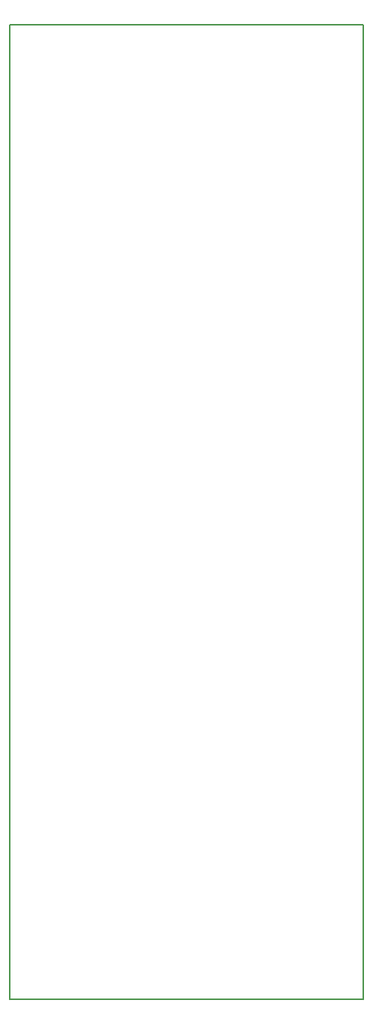
<source format=gbr>
G04 #@! TF.FileFunction,Profile,NP*
%FSLAX46Y46*%
G04 Gerber Fmt 4.6, Leading zero omitted, Abs format (unit mm)*
G04 Created by KiCad (PCBNEW 4.0.7) date 07/21/18 13:32:25*
%MOMM*%
%LPD*%
G01*
G04 APERTURE LIST*
%ADD10C,0.100000*%
%ADD11C,0.150000*%
G04 APERTURE END LIST*
D10*
D11*
X103000000Y-159000000D02*
X103000000Y-49000000D01*
X143000000Y-159000000D02*
X103000000Y-159000000D01*
X143000000Y-49000000D02*
X143000000Y-159000000D01*
X103000000Y-49000000D02*
X143000000Y-49000000D01*
M02*

</source>
